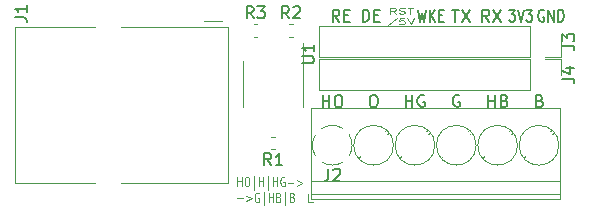
<source format=gbr>
G04 #@! TF.GenerationSoftware,KiCad,Pcbnew,(5.1.5)-3*
G04 #@! TF.CreationDate,2020-08-06T15:18:22+10:00*
G04 #@! TF.ProjectId,USART_BoSL_Bus,55534152-545f-4426-9f53-4c5f4275732e,rev 0.1.1*
G04 #@! TF.SameCoordinates,Original*
G04 #@! TF.FileFunction,Legend,Top*
G04 #@! TF.FilePolarity,Positive*
%FSLAX46Y46*%
G04 Gerber Fmt 4.6, Leading zero omitted, Abs format (unit mm)*
G04 Created by KiCad (PCBNEW (5.1.5)-3) date 2020-08-06 15:18:22*
%MOMM*%
%LPD*%
G04 APERTURE LIST*
%ADD10C,0.150000*%
%ADD11C,0.125000*%
%ADD12C,0.120000*%
%ADD13C,0.100000*%
G04 APERTURE END LIST*
D10*
X146279333Y-114244380D02*
X145946000Y-113768190D01*
X145707904Y-114244380D02*
X145707904Y-113244380D01*
X146088857Y-113244380D01*
X146184095Y-113292000D01*
X146231714Y-113339619D01*
X146279333Y-113434857D01*
X146279333Y-113577714D01*
X146231714Y-113672952D01*
X146184095Y-113720571D01*
X146088857Y-113768190D01*
X145707904Y-113768190D01*
X146612666Y-113244380D02*
X147279333Y-114244380D01*
X147279333Y-113244380D02*
X146612666Y-114244380D01*
X143144095Y-113244380D02*
X143715523Y-113244380D01*
X143429809Y-114244380D02*
X143429809Y-113244380D01*
X143953619Y-113244380D02*
X144620285Y-114244380D01*
X144620285Y-113244380D02*
X143953619Y-114244380D01*
X135571714Y-114244380D02*
X135571714Y-113244380D01*
X135809809Y-113244380D01*
X135952666Y-113292000D01*
X136047904Y-113387238D01*
X136095523Y-113482476D01*
X136143142Y-113672952D01*
X136143142Y-113815809D01*
X136095523Y-114006285D01*
X136047904Y-114101523D01*
X135952666Y-114196761D01*
X135809809Y-114244380D01*
X135571714Y-114244380D01*
X136571714Y-113720571D02*
X136905047Y-113720571D01*
X137047904Y-114244380D02*
X136571714Y-114244380D01*
X136571714Y-113244380D01*
X137047904Y-113244380D01*
D11*
X138387904Y-113580690D02*
X138121238Y-113342595D01*
X137930761Y-113580690D02*
X137930761Y-113080690D01*
X138235523Y-113080690D01*
X138311714Y-113104500D01*
X138349809Y-113128309D01*
X138387904Y-113175928D01*
X138387904Y-113247357D01*
X138349809Y-113294976D01*
X138311714Y-113318785D01*
X138235523Y-113342595D01*
X137930761Y-113342595D01*
X138692666Y-113556880D02*
X138806952Y-113580690D01*
X138997428Y-113580690D01*
X139073619Y-113556880D01*
X139111714Y-113533071D01*
X139149809Y-113485452D01*
X139149809Y-113437833D01*
X139111714Y-113390214D01*
X139073619Y-113366404D01*
X138997428Y-113342595D01*
X138845047Y-113318785D01*
X138768857Y-113294976D01*
X138730761Y-113271166D01*
X138692666Y-113223547D01*
X138692666Y-113175928D01*
X138730761Y-113128309D01*
X138768857Y-113104500D01*
X138845047Y-113080690D01*
X139035523Y-113080690D01*
X139149809Y-113104500D01*
X139378380Y-113080690D02*
X139835523Y-113080690D01*
X139606952Y-113580690D02*
X139606952Y-113080690D01*
X138445047Y-113931880D02*
X137759333Y-114574738D01*
X139092666Y-113955690D02*
X138711714Y-113955690D01*
X138673619Y-114193785D01*
X138711714Y-114169976D01*
X138787904Y-114146166D01*
X138978380Y-114146166D01*
X139054571Y-114169976D01*
X139092666Y-114193785D01*
X139130761Y-114241404D01*
X139130761Y-114360452D01*
X139092666Y-114408071D01*
X139054571Y-114431880D01*
X138978380Y-114455690D01*
X138787904Y-114455690D01*
X138711714Y-114431880D01*
X138673619Y-114408071D01*
X139359333Y-113955690D02*
X139626000Y-114455690D01*
X139892666Y-113955690D01*
D10*
X140261238Y-113244380D02*
X140451714Y-114244380D01*
X140604095Y-113530095D01*
X140756476Y-114244380D01*
X140946952Y-113244380D01*
X141251714Y-114244380D02*
X141251714Y-113244380D01*
X141708857Y-114244380D02*
X141366000Y-113672952D01*
X141708857Y-113244380D02*
X141251714Y-113815809D01*
X142051714Y-113720571D02*
X142318380Y-113720571D01*
X142432666Y-114244380D02*
X142051714Y-114244380D01*
X142051714Y-113244380D01*
X142432666Y-113244380D01*
X133603142Y-114244380D02*
X133269809Y-113768190D01*
X133031714Y-114244380D02*
X133031714Y-113244380D01*
X133412666Y-113244380D01*
X133507904Y-113292000D01*
X133555523Y-113339619D01*
X133603142Y-113434857D01*
X133603142Y-113577714D01*
X133555523Y-113672952D01*
X133507904Y-113720571D01*
X133412666Y-113768190D01*
X133031714Y-113768190D01*
X134031714Y-113720571D02*
X134365047Y-113720571D01*
X134507904Y-114244380D02*
X134031714Y-114244380D01*
X134031714Y-113244380D01*
X134507904Y-113244380D01*
D11*
X124974107Y-128199404D02*
X124974107Y-127399404D01*
X124974107Y-127780357D02*
X125316964Y-127780357D01*
X125316964Y-128199404D02*
X125316964Y-127399404D01*
X125716964Y-127399404D02*
X125831250Y-127399404D01*
X125888392Y-127437500D01*
X125945535Y-127513690D01*
X125974107Y-127666071D01*
X125974107Y-127932738D01*
X125945535Y-128085119D01*
X125888392Y-128161309D01*
X125831250Y-128199404D01*
X125716964Y-128199404D01*
X125659821Y-128161309D01*
X125602678Y-128085119D01*
X125574107Y-127932738D01*
X125574107Y-127666071D01*
X125602678Y-127513690D01*
X125659821Y-127437500D01*
X125716964Y-127399404D01*
X126374107Y-128466071D02*
X126374107Y-127323214D01*
X126802678Y-128199404D02*
X126802678Y-127399404D01*
X126802678Y-127780357D02*
X127145535Y-127780357D01*
X127145535Y-128199404D02*
X127145535Y-127399404D01*
X127574107Y-128466071D02*
X127574107Y-127323214D01*
X128002678Y-128199404D02*
X128002678Y-127399404D01*
X128002678Y-127780357D02*
X128345535Y-127780357D01*
X128345535Y-128199404D02*
X128345535Y-127399404D01*
X128945535Y-127437500D02*
X128888392Y-127399404D01*
X128802678Y-127399404D01*
X128716964Y-127437500D01*
X128659821Y-127513690D01*
X128631250Y-127589880D01*
X128602678Y-127742261D01*
X128602678Y-127856547D01*
X128631250Y-128008928D01*
X128659821Y-128085119D01*
X128716964Y-128161309D01*
X128802678Y-128199404D01*
X128859821Y-128199404D01*
X128945535Y-128161309D01*
X128974107Y-128123214D01*
X128974107Y-127856547D01*
X128859821Y-127856547D01*
X129231250Y-127894642D02*
X129688392Y-127894642D01*
X129974107Y-127666071D02*
X130431250Y-127894642D01*
X129974107Y-128123214D01*
X124974107Y-129219642D02*
X125431250Y-129219642D01*
X125716964Y-128991071D02*
X126174107Y-129219642D01*
X125716964Y-129448214D01*
X126774107Y-128762500D02*
X126716964Y-128724404D01*
X126631250Y-128724404D01*
X126545535Y-128762500D01*
X126488392Y-128838690D01*
X126459821Y-128914880D01*
X126431250Y-129067261D01*
X126431250Y-129181547D01*
X126459821Y-129333928D01*
X126488392Y-129410119D01*
X126545535Y-129486309D01*
X126631250Y-129524404D01*
X126688392Y-129524404D01*
X126774107Y-129486309D01*
X126802678Y-129448214D01*
X126802678Y-129181547D01*
X126688392Y-129181547D01*
X127202678Y-129791071D02*
X127202678Y-128648214D01*
X127631250Y-129524404D02*
X127631250Y-128724404D01*
X127631250Y-129105357D02*
X127974107Y-129105357D01*
X127974107Y-129524404D02*
X127974107Y-128724404D01*
X128459821Y-129105357D02*
X128545535Y-129143452D01*
X128574107Y-129181547D01*
X128602678Y-129257738D01*
X128602678Y-129372023D01*
X128574107Y-129448214D01*
X128545535Y-129486309D01*
X128488392Y-129524404D01*
X128259821Y-129524404D01*
X128259821Y-128724404D01*
X128459821Y-128724404D01*
X128516964Y-128762500D01*
X128545535Y-128800595D01*
X128574107Y-128876785D01*
X128574107Y-128952976D01*
X128545535Y-129029166D01*
X128516964Y-129067261D01*
X128459821Y-129105357D01*
X128259821Y-129105357D01*
X129002678Y-129791071D02*
X129002678Y-128648214D01*
X129631250Y-129105357D02*
X129716964Y-129143452D01*
X129745535Y-129181547D01*
X129774107Y-129257738D01*
X129774107Y-129372023D01*
X129745535Y-129448214D01*
X129716964Y-129486309D01*
X129659821Y-129524404D01*
X129431250Y-129524404D01*
X129431250Y-128724404D01*
X129631250Y-128724404D01*
X129688392Y-128762500D01*
X129716964Y-128800595D01*
X129745535Y-128876785D01*
X129745535Y-128952976D01*
X129716964Y-129029166D01*
X129688392Y-129067261D01*
X129631250Y-129105357D01*
X129431250Y-129105357D01*
D10*
X150571428Y-120960571D02*
X150714285Y-121008190D01*
X150761904Y-121055809D01*
X150809523Y-121151047D01*
X150809523Y-121293904D01*
X150761904Y-121389142D01*
X150714285Y-121436761D01*
X150619047Y-121484380D01*
X150238095Y-121484380D01*
X150238095Y-120484380D01*
X150571428Y-120484380D01*
X150666666Y-120532000D01*
X150714285Y-120579619D01*
X150761904Y-120674857D01*
X150761904Y-120770095D01*
X150714285Y-120865333D01*
X150666666Y-120912952D01*
X150571428Y-120960571D01*
X150238095Y-120960571D01*
X146214285Y-121452380D02*
X146214285Y-120452380D01*
X146214285Y-120928571D02*
X146785714Y-120928571D01*
X146785714Y-121452380D02*
X146785714Y-120452380D01*
X147595238Y-120928571D02*
X147738095Y-120976190D01*
X147785714Y-121023809D01*
X147833333Y-121119047D01*
X147833333Y-121261904D01*
X147785714Y-121357142D01*
X147738095Y-121404761D01*
X147642857Y-121452380D01*
X147261904Y-121452380D01*
X147261904Y-120452380D01*
X147595238Y-120452380D01*
X147690476Y-120500000D01*
X147738095Y-120547619D01*
X147785714Y-120642857D01*
X147785714Y-120738095D01*
X147738095Y-120833333D01*
X147690476Y-120880952D01*
X147595238Y-120928571D01*
X147261904Y-120928571D01*
X143761904Y-120500000D02*
X143666666Y-120452380D01*
X143523809Y-120452380D01*
X143380952Y-120500000D01*
X143285714Y-120595238D01*
X143238095Y-120690476D01*
X143190476Y-120880952D01*
X143190476Y-121023809D01*
X143238095Y-121214285D01*
X143285714Y-121309523D01*
X143380952Y-121404761D01*
X143523809Y-121452380D01*
X143619047Y-121452380D01*
X143761904Y-121404761D01*
X143809523Y-121357142D01*
X143809523Y-121023809D01*
X143619047Y-121023809D01*
X139214285Y-121452380D02*
X139214285Y-120452380D01*
X139214285Y-120928571D02*
X139785714Y-120928571D01*
X139785714Y-121452380D02*
X139785714Y-120452380D01*
X140785714Y-120500000D02*
X140690476Y-120452380D01*
X140547619Y-120452380D01*
X140404761Y-120500000D01*
X140309523Y-120595238D01*
X140261904Y-120690476D01*
X140214285Y-120880952D01*
X140214285Y-121023809D01*
X140261904Y-121214285D01*
X140309523Y-121309523D01*
X140404761Y-121404761D01*
X140547619Y-121452380D01*
X140642857Y-121452380D01*
X140785714Y-121404761D01*
X140833333Y-121357142D01*
X140833333Y-121023809D01*
X140642857Y-121023809D01*
X136404761Y-120484380D02*
X136595238Y-120484380D01*
X136690476Y-120532000D01*
X136785714Y-120627238D01*
X136833333Y-120817714D01*
X136833333Y-121151047D01*
X136785714Y-121341523D01*
X136690476Y-121436761D01*
X136595238Y-121484380D01*
X136404761Y-121484380D01*
X136309523Y-121436761D01*
X136214285Y-121341523D01*
X136166666Y-121151047D01*
X136166666Y-120817714D01*
X136214285Y-120627238D01*
X136309523Y-120532000D01*
X136404761Y-120484380D01*
X132190476Y-121484380D02*
X132190476Y-120484380D01*
X132190476Y-120960571D02*
X132761904Y-120960571D01*
X132761904Y-121484380D02*
X132761904Y-120484380D01*
X133428571Y-120484380D02*
X133619047Y-120484380D01*
X133714285Y-120532000D01*
X133809523Y-120627238D01*
X133857142Y-120817714D01*
X133857142Y-121151047D01*
X133809523Y-121341523D01*
X133714285Y-121436761D01*
X133619047Y-121484380D01*
X133428571Y-121484380D01*
X133333333Y-121436761D01*
X133238095Y-121341523D01*
X133190476Y-121151047D01*
X133190476Y-120817714D01*
X133238095Y-120627238D01*
X133333333Y-120532000D01*
X133428571Y-120484380D01*
X150916476Y-113292000D02*
X150840285Y-113244380D01*
X150726000Y-113244380D01*
X150611714Y-113292000D01*
X150535523Y-113387238D01*
X150497428Y-113482476D01*
X150459333Y-113672952D01*
X150459333Y-113815809D01*
X150497428Y-114006285D01*
X150535523Y-114101523D01*
X150611714Y-114196761D01*
X150726000Y-114244380D01*
X150802190Y-114244380D01*
X150916476Y-114196761D01*
X150954571Y-114149142D01*
X150954571Y-113815809D01*
X150802190Y-113815809D01*
X151297428Y-114244380D02*
X151297428Y-113244380D01*
X151754571Y-114244380D01*
X151754571Y-113244380D01*
X152135523Y-114244380D02*
X152135523Y-113244380D01*
X152326000Y-113244380D01*
X152440285Y-113292000D01*
X152516476Y-113387238D01*
X152554571Y-113482476D01*
X152592666Y-113672952D01*
X152592666Y-113815809D01*
X152554571Y-114006285D01*
X152516476Y-114101523D01*
X152440285Y-114196761D01*
X152326000Y-114244380D01*
X152135523Y-114244380D01*
X147995523Y-113244380D02*
X148490761Y-113244380D01*
X148224095Y-113625333D01*
X148338380Y-113625333D01*
X148414571Y-113672952D01*
X148452666Y-113720571D01*
X148490761Y-113815809D01*
X148490761Y-114053904D01*
X148452666Y-114149142D01*
X148414571Y-114196761D01*
X148338380Y-114244380D01*
X148109809Y-114244380D01*
X148033619Y-114196761D01*
X147995523Y-114149142D01*
X148719333Y-113244380D02*
X148986000Y-114244380D01*
X149252666Y-113244380D01*
X149443142Y-113244380D02*
X149938380Y-113244380D01*
X149671714Y-113625333D01*
X149786000Y-113625333D01*
X149862190Y-113672952D01*
X149900285Y-113720571D01*
X149938380Y-113815809D01*
X149938380Y-114053904D01*
X149900285Y-114149142D01*
X149862190Y-114196761D01*
X149786000Y-114244380D01*
X149557428Y-114244380D01*
X149481238Y-114196761D01*
X149443142Y-114149142D01*
D12*
X152330000Y-117415000D02*
X152330000Y-118745000D01*
X151000000Y-117415000D02*
X152330000Y-117415000D01*
X149730000Y-117415000D02*
X149730000Y-120075000D01*
X149730000Y-120075000D02*
X131890000Y-120075000D01*
X149730000Y-117415000D02*
X131890000Y-117415000D01*
X131890000Y-117415000D02*
X131890000Y-120075000D01*
X152330000Y-115951000D02*
X152330000Y-117281000D01*
X152330000Y-117281000D02*
X151000000Y-117281000D01*
X149730000Y-117281000D02*
X131890000Y-117281000D01*
X131890000Y-114621000D02*
X131890000Y-117281000D01*
X149730000Y-114621000D02*
X131890000Y-114621000D01*
X149730000Y-114621000D02*
X149730000Y-117281000D01*
X130950000Y-129514000D02*
X131350000Y-129514000D01*
X130950000Y-128874000D02*
X130950000Y-129514000D01*
X149355000Y-125655000D02*
X149226000Y-125783000D01*
X151570000Y-123439000D02*
X151476000Y-123533000D01*
X149525000Y-125895000D02*
X149431000Y-125988000D01*
X151775000Y-123645000D02*
X151646000Y-123773000D01*
X145855000Y-125655000D02*
X145726000Y-125783000D01*
X148070000Y-123439000D02*
X147976000Y-123533000D01*
X146025000Y-125895000D02*
X145931000Y-125988000D01*
X148275000Y-123645000D02*
X148146000Y-123773000D01*
X142355000Y-125655000D02*
X142226000Y-125783000D01*
X144570000Y-123439000D02*
X144476000Y-123533000D01*
X142525000Y-125895000D02*
X142431000Y-125988000D01*
X144775000Y-123645000D02*
X144646000Y-123773000D01*
X138855000Y-125655000D02*
X138726000Y-125783000D01*
X141070000Y-123439000D02*
X140976000Y-123533000D01*
X139025000Y-125895000D02*
X138931000Y-125988000D01*
X141275000Y-123645000D02*
X141146000Y-123773000D01*
X135355000Y-125655000D02*
X135226000Y-125783000D01*
X137570000Y-123439000D02*
X137476000Y-123533000D01*
X135525000Y-125895000D02*
X135431000Y-125988000D01*
X137775000Y-123645000D02*
X137646000Y-123773000D01*
X152311000Y-121554000D02*
X152311000Y-129274000D01*
X131190000Y-121554000D02*
X131190000Y-129274000D01*
X131190000Y-129274000D02*
X152311000Y-129274000D01*
X131190000Y-121554000D02*
X152311000Y-121554000D01*
X131190000Y-127714000D02*
X152311000Y-127714000D01*
X131190000Y-128814000D02*
X152311000Y-128814000D01*
X152180000Y-124714000D02*
G75*
G03X152180000Y-124714000I-1680000J0D01*
G01*
X148680000Y-124714000D02*
G75*
G03X148680000Y-124714000I-1680000J0D01*
G01*
X145180000Y-124714000D02*
G75*
G03X145180000Y-124714000I-1680000J0D01*
G01*
X141680000Y-124714000D02*
G75*
G03X141680000Y-124714000I-1680000J0D01*
G01*
X138180000Y-124714000D02*
G75*
G03X138180000Y-124714000I-1680000J0D01*
G01*
X133028674Y-126394099D02*
G75*
G02X132134000Y-126154000I-28674J1680099D01*
G01*
X131574642Y-125603894D02*
G75*
G02X131560000Y-123848000I1425358J889894D01*
G01*
X132110106Y-123288642D02*
G75*
G02X133866000Y-123274000I889894J-1425358D01*
G01*
X134425505Y-123823807D02*
G75*
G02X134425000Y-125605000I-1425505J-890193D01*
G01*
X133890264Y-126138721D02*
G75*
G02X133000000Y-126394000I-890264J1424721D01*
G01*
X130560000Y-119500000D02*
X130560000Y-116050000D01*
X130560000Y-119500000D02*
X130560000Y-121450000D01*
X125440000Y-119500000D02*
X125440000Y-117550000D01*
X125440000Y-119500000D02*
X125440000Y-121450000D01*
X126337221Y-115510000D02*
X126662779Y-115510000D01*
X126337221Y-114490000D02*
X126662779Y-114490000D01*
X129337221Y-115510000D02*
X129662779Y-115510000D01*
X129337221Y-114490000D02*
X129662779Y-114490000D01*
X128162779Y-123990000D02*
X127837221Y-123990000D01*
X128162779Y-125010000D02*
X127837221Y-125010000D01*
X124166000Y-114680000D02*
X124166000Y-127880000D01*
X124166000Y-127880000D02*
X115146000Y-127880000D01*
D13*
X106286000Y-127880000D02*
X106166000Y-127880000D01*
D12*
X106166000Y-127880000D02*
X112946000Y-127880000D01*
D13*
X106176000Y-127880000D02*
X106166000Y-127880000D01*
D12*
X106166000Y-127880000D02*
X106166000Y-114680000D01*
X106166000Y-114680000D02*
X112946000Y-114680000D01*
D13*
X115216000Y-114680000D02*
X115146000Y-114680000D01*
D12*
X115146000Y-114680000D02*
X124166000Y-114680000D01*
X122166000Y-114210000D02*
X123696000Y-114210000D01*
D10*
X152484380Y-119078333D02*
X153198666Y-119078333D01*
X153341523Y-119125952D01*
X153436761Y-119221190D01*
X153484380Y-119364047D01*
X153484380Y-119459285D01*
X152817714Y-118173571D02*
X153484380Y-118173571D01*
X152436761Y-118411666D02*
X153151047Y-118649761D01*
X153151047Y-118030714D01*
X152484380Y-116284333D02*
X153198666Y-116284333D01*
X153341523Y-116331952D01*
X153436761Y-116427190D01*
X153484380Y-116570047D01*
X153484380Y-116665285D01*
X152484380Y-115903380D02*
X152484380Y-115284333D01*
X152865333Y-115617666D01*
X152865333Y-115474809D01*
X152912952Y-115379571D01*
X152960571Y-115331952D01*
X153055809Y-115284333D01*
X153293904Y-115284333D01*
X153389142Y-115331952D01*
X153436761Y-115379571D01*
X153484380Y-115474809D01*
X153484380Y-115760523D01*
X153436761Y-115855761D01*
X153389142Y-115903380D01*
X132666666Y-126702380D02*
X132666666Y-127416666D01*
X132619047Y-127559523D01*
X132523809Y-127654761D01*
X132380952Y-127702380D01*
X132285714Y-127702380D01*
X133095238Y-126797619D02*
X133142857Y-126750000D01*
X133238095Y-126702380D01*
X133476190Y-126702380D01*
X133571428Y-126750000D01*
X133619047Y-126797619D01*
X133666666Y-126892857D01*
X133666666Y-126988095D01*
X133619047Y-127130952D01*
X133047619Y-127702380D01*
X133666666Y-127702380D01*
X130452380Y-117761904D02*
X131261904Y-117761904D01*
X131357142Y-117714285D01*
X131404761Y-117666666D01*
X131452380Y-117571428D01*
X131452380Y-117380952D01*
X131404761Y-117285714D01*
X131357142Y-117238095D01*
X131261904Y-117190476D01*
X130452380Y-117190476D01*
X131452380Y-116190476D02*
X131452380Y-116761904D01*
X131452380Y-116476190D02*
X130452380Y-116476190D01*
X130595238Y-116571428D01*
X130690476Y-116666666D01*
X130738095Y-116761904D01*
X126333333Y-113952380D02*
X126000000Y-113476190D01*
X125761904Y-113952380D02*
X125761904Y-112952380D01*
X126142857Y-112952380D01*
X126238095Y-113000000D01*
X126285714Y-113047619D01*
X126333333Y-113142857D01*
X126333333Y-113285714D01*
X126285714Y-113380952D01*
X126238095Y-113428571D01*
X126142857Y-113476190D01*
X125761904Y-113476190D01*
X126666666Y-112952380D02*
X127285714Y-112952380D01*
X126952380Y-113333333D01*
X127095238Y-113333333D01*
X127190476Y-113380952D01*
X127238095Y-113428571D01*
X127285714Y-113523809D01*
X127285714Y-113761904D01*
X127238095Y-113857142D01*
X127190476Y-113904761D01*
X127095238Y-113952380D01*
X126809523Y-113952380D01*
X126714285Y-113904761D01*
X126666666Y-113857142D01*
X129333333Y-113952380D02*
X129000000Y-113476190D01*
X128761904Y-113952380D02*
X128761904Y-112952380D01*
X129142857Y-112952380D01*
X129238095Y-113000000D01*
X129285714Y-113047619D01*
X129333333Y-113142857D01*
X129333333Y-113285714D01*
X129285714Y-113380952D01*
X129238095Y-113428571D01*
X129142857Y-113476190D01*
X128761904Y-113476190D01*
X129714285Y-113047619D02*
X129761904Y-113000000D01*
X129857142Y-112952380D01*
X130095238Y-112952380D01*
X130190476Y-113000000D01*
X130238095Y-113047619D01*
X130285714Y-113142857D01*
X130285714Y-113238095D01*
X130238095Y-113380952D01*
X129666666Y-113952380D01*
X130285714Y-113952380D01*
X127833333Y-126382380D02*
X127500000Y-125906190D01*
X127261904Y-126382380D02*
X127261904Y-125382380D01*
X127642857Y-125382380D01*
X127738095Y-125430000D01*
X127785714Y-125477619D01*
X127833333Y-125572857D01*
X127833333Y-125715714D01*
X127785714Y-125810952D01*
X127738095Y-125858571D01*
X127642857Y-125906190D01*
X127261904Y-125906190D01*
X128785714Y-126382380D02*
X128214285Y-126382380D01*
X128500000Y-126382380D02*
X128500000Y-125382380D01*
X128404761Y-125525238D01*
X128309523Y-125620476D01*
X128214285Y-125668095D01*
X106132380Y-113871333D02*
X106846666Y-113871333D01*
X106989523Y-113918952D01*
X107084761Y-114014190D01*
X107132380Y-114157047D01*
X107132380Y-114252285D01*
X107132380Y-112871333D02*
X107132380Y-113442761D01*
X107132380Y-113157047D02*
X106132380Y-113157047D01*
X106275238Y-113252285D01*
X106370476Y-113347523D01*
X106418095Y-113442761D01*
M02*

</source>
